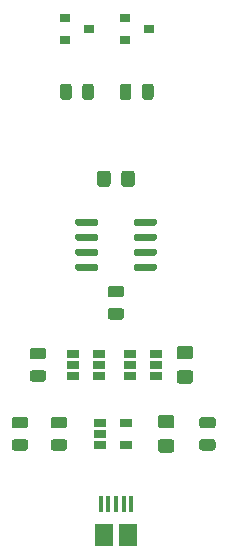
<source format=gbr>
G04 #@! TF.GenerationSoftware,KiCad,Pcbnew,(5.1.6)-1*
G04 #@! TF.CreationDate,2021-01-24T21:52:35-08:00*
G04 #@! TF.ProjectId,infrared_remote,696e6672-6172-4656-945f-72656d6f7465,rev?*
G04 #@! TF.SameCoordinates,Original*
G04 #@! TF.FileFunction,Paste,Top*
G04 #@! TF.FilePolarity,Positive*
%FSLAX46Y46*%
G04 Gerber Fmt 4.6, Leading zero omitted, Abs format (unit mm)*
G04 Created by KiCad (PCBNEW (5.1.6)-1) date 2021-01-24 21:52:35*
%MOMM*%
%LPD*%
G01*
G04 APERTURE LIST*
%ADD10R,0.900000X0.800000*%
%ADD11R,1.060000X0.650000*%
%ADD12R,1.500000X1.900000*%
%ADD13R,0.400000X1.350000*%
G04 APERTURE END LIST*
D10*
G04 #@! TO.C,Q3*
X93456000Y-47244000D03*
X91456000Y-48194000D03*
X91456000Y-46294000D03*
G04 #@! TD*
G04 #@! TO.C,Q2*
X98520000Y-47244000D03*
X96520000Y-48194000D03*
X96520000Y-46294000D03*
G04 #@! TD*
G04 #@! TO.C,U3*
G36*
G01*
X97258000Y-63777000D02*
X97258000Y-63477000D01*
G75*
G02*
X97408000Y-63327000I150000J0D01*
G01*
X99058000Y-63327000D01*
G75*
G02*
X99208000Y-63477000I0J-150000D01*
G01*
X99208000Y-63777000D01*
G75*
G02*
X99058000Y-63927000I-150000J0D01*
G01*
X97408000Y-63927000D01*
G75*
G02*
X97258000Y-63777000I0J150000D01*
G01*
G37*
G36*
G01*
X97258000Y-65047000D02*
X97258000Y-64747000D01*
G75*
G02*
X97408000Y-64597000I150000J0D01*
G01*
X99058000Y-64597000D01*
G75*
G02*
X99208000Y-64747000I0J-150000D01*
G01*
X99208000Y-65047000D01*
G75*
G02*
X99058000Y-65197000I-150000J0D01*
G01*
X97408000Y-65197000D01*
G75*
G02*
X97258000Y-65047000I0J150000D01*
G01*
G37*
G36*
G01*
X97258000Y-66317000D02*
X97258000Y-66017000D01*
G75*
G02*
X97408000Y-65867000I150000J0D01*
G01*
X99058000Y-65867000D01*
G75*
G02*
X99208000Y-66017000I0J-150000D01*
G01*
X99208000Y-66317000D01*
G75*
G02*
X99058000Y-66467000I-150000J0D01*
G01*
X97408000Y-66467000D01*
G75*
G02*
X97258000Y-66317000I0J150000D01*
G01*
G37*
G36*
G01*
X97258000Y-67587000D02*
X97258000Y-67287000D01*
G75*
G02*
X97408000Y-67137000I150000J0D01*
G01*
X99058000Y-67137000D01*
G75*
G02*
X99208000Y-67287000I0J-150000D01*
G01*
X99208000Y-67587000D01*
G75*
G02*
X99058000Y-67737000I-150000J0D01*
G01*
X97408000Y-67737000D01*
G75*
G02*
X97258000Y-67587000I0J150000D01*
G01*
G37*
G36*
G01*
X92308000Y-67587000D02*
X92308000Y-67287000D01*
G75*
G02*
X92458000Y-67137000I150000J0D01*
G01*
X94108000Y-67137000D01*
G75*
G02*
X94258000Y-67287000I0J-150000D01*
G01*
X94258000Y-67587000D01*
G75*
G02*
X94108000Y-67737000I-150000J0D01*
G01*
X92458000Y-67737000D01*
G75*
G02*
X92308000Y-67587000I0J150000D01*
G01*
G37*
G36*
G01*
X92308000Y-66317000D02*
X92308000Y-66017000D01*
G75*
G02*
X92458000Y-65867000I150000J0D01*
G01*
X94108000Y-65867000D01*
G75*
G02*
X94258000Y-66017000I0J-150000D01*
G01*
X94258000Y-66317000D01*
G75*
G02*
X94108000Y-66467000I-150000J0D01*
G01*
X92458000Y-66467000D01*
G75*
G02*
X92308000Y-66317000I0J150000D01*
G01*
G37*
G36*
G01*
X92308000Y-65047000D02*
X92308000Y-64747000D01*
G75*
G02*
X92458000Y-64597000I150000J0D01*
G01*
X94108000Y-64597000D01*
G75*
G02*
X94258000Y-64747000I0J-150000D01*
G01*
X94258000Y-65047000D01*
G75*
G02*
X94108000Y-65197000I-150000J0D01*
G01*
X92458000Y-65197000D01*
G75*
G02*
X92308000Y-65047000I0J150000D01*
G01*
G37*
G36*
G01*
X92308000Y-63777000D02*
X92308000Y-63477000D01*
G75*
G02*
X92458000Y-63327000I150000J0D01*
G01*
X94108000Y-63327000D01*
G75*
G02*
X94258000Y-63477000I0J-150000D01*
G01*
X94258000Y-63777000D01*
G75*
G02*
X94108000Y-63927000I-150000J0D01*
G01*
X92458000Y-63927000D01*
G75*
G02*
X92308000Y-63777000I0J150000D01*
G01*
G37*
G04 #@! TD*
D11*
G04 #@! TO.C,U2*
X99144000Y-75692000D03*
X99144000Y-74742000D03*
X99144000Y-76642000D03*
X96944000Y-76642000D03*
X96944000Y-75692000D03*
X96944000Y-74742000D03*
G04 #@! TD*
G04 #@! TO.C,U1*
X96604000Y-80584000D03*
X96604000Y-82484000D03*
X94404000Y-82484000D03*
X94404000Y-81534000D03*
X94404000Y-80584000D03*
G04 #@! TD*
G04 #@! TO.C,R7*
G36*
G01*
X97970000Y-53034250D02*
X97970000Y-52121750D01*
G75*
G02*
X98213750Y-51878000I243750J0D01*
G01*
X98701250Y-51878000D01*
G75*
G02*
X98945000Y-52121750I0J-243750D01*
G01*
X98945000Y-53034250D01*
G75*
G02*
X98701250Y-53278000I-243750J0D01*
G01*
X98213750Y-53278000D01*
G75*
G02*
X97970000Y-53034250I0J243750D01*
G01*
G37*
G36*
G01*
X96095000Y-53034250D02*
X96095000Y-52121750D01*
G75*
G02*
X96338750Y-51878000I243750J0D01*
G01*
X96826250Y-51878000D01*
G75*
G02*
X97070000Y-52121750I0J-243750D01*
G01*
X97070000Y-53034250D01*
G75*
G02*
X96826250Y-53278000I-243750J0D01*
G01*
X96338750Y-53278000D01*
G75*
G02*
X96095000Y-53034250I0J243750D01*
G01*
G37*
G04 #@! TD*
G04 #@! TO.C,R6*
G36*
G01*
X92006000Y-52121750D02*
X92006000Y-53034250D01*
G75*
G02*
X91762250Y-53278000I-243750J0D01*
G01*
X91274750Y-53278000D01*
G75*
G02*
X91031000Y-53034250I0J243750D01*
G01*
X91031000Y-52121750D01*
G75*
G02*
X91274750Y-51878000I243750J0D01*
G01*
X91762250Y-51878000D01*
G75*
G02*
X92006000Y-52121750I0J-243750D01*
G01*
G37*
G36*
G01*
X93881000Y-52121750D02*
X93881000Y-53034250D01*
G75*
G02*
X93637250Y-53278000I-243750J0D01*
G01*
X93149750Y-53278000D01*
G75*
G02*
X92906000Y-53034250I0J243750D01*
G01*
X92906000Y-52121750D01*
G75*
G02*
X93149750Y-51878000I243750J0D01*
G01*
X93637250Y-51878000D01*
G75*
G02*
X93881000Y-52121750I0J-243750D01*
G01*
G37*
G04 #@! TD*
G04 #@! TO.C,R5*
G36*
G01*
X96214250Y-69986500D02*
X95301750Y-69986500D01*
G75*
G02*
X95058000Y-69742750I0J243750D01*
G01*
X95058000Y-69255250D01*
G75*
G02*
X95301750Y-69011500I243750J0D01*
G01*
X96214250Y-69011500D01*
G75*
G02*
X96458000Y-69255250I0J-243750D01*
G01*
X96458000Y-69742750D01*
G75*
G02*
X96214250Y-69986500I-243750J0D01*
G01*
G37*
G36*
G01*
X96214250Y-71861500D02*
X95301750Y-71861500D01*
G75*
G02*
X95058000Y-71617750I0J243750D01*
G01*
X95058000Y-71130250D01*
G75*
G02*
X95301750Y-70886500I243750J0D01*
G01*
X96214250Y-70886500D01*
G75*
G02*
X96458000Y-71130250I0J-243750D01*
G01*
X96458000Y-71617750D01*
G75*
G02*
X96214250Y-71861500I-243750J0D01*
G01*
G37*
G04 #@! TD*
G04 #@! TO.C,R4*
G36*
G01*
X87173750Y-81984000D02*
X88086250Y-81984000D01*
G75*
G02*
X88330000Y-82227750I0J-243750D01*
G01*
X88330000Y-82715250D01*
G75*
G02*
X88086250Y-82959000I-243750J0D01*
G01*
X87173750Y-82959000D01*
G75*
G02*
X86930000Y-82715250I0J243750D01*
G01*
X86930000Y-82227750D01*
G75*
G02*
X87173750Y-81984000I243750J0D01*
G01*
G37*
G36*
G01*
X87173750Y-80109000D02*
X88086250Y-80109000D01*
G75*
G02*
X88330000Y-80352750I0J-243750D01*
G01*
X88330000Y-80840250D01*
G75*
G02*
X88086250Y-81084000I-243750J0D01*
G01*
X87173750Y-81084000D01*
G75*
G02*
X86930000Y-80840250I0J243750D01*
G01*
X86930000Y-80352750D01*
G75*
G02*
X87173750Y-80109000I243750J0D01*
G01*
G37*
G04 #@! TD*
G04 #@! TO.C,R3*
G36*
G01*
X89610250Y-75242000D02*
X88697750Y-75242000D01*
G75*
G02*
X88454000Y-74998250I0J243750D01*
G01*
X88454000Y-74510750D01*
G75*
G02*
X88697750Y-74267000I243750J0D01*
G01*
X89610250Y-74267000D01*
G75*
G02*
X89854000Y-74510750I0J-243750D01*
G01*
X89854000Y-74998250D01*
G75*
G02*
X89610250Y-75242000I-243750J0D01*
G01*
G37*
G36*
G01*
X89610250Y-77117000D02*
X88697750Y-77117000D01*
G75*
G02*
X88454000Y-76873250I0J243750D01*
G01*
X88454000Y-76385750D01*
G75*
G02*
X88697750Y-76142000I243750J0D01*
G01*
X89610250Y-76142000D01*
G75*
G02*
X89854000Y-76385750I0J-243750D01*
G01*
X89854000Y-76873250D01*
G75*
G02*
X89610250Y-77117000I-243750J0D01*
G01*
G37*
G04 #@! TD*
G04 #@! TO.C,R2*
G36*
G01*
X90475750Y-81984000D02*
X91388250Y-81984000D01*
G75*
G02*
X91632000Y-82227750I0J-243750D01*
G01*
X91632000Y-82715250D01*
G75*
G02*
X91388250Y-82959000I-243750J0D01*
G01*
X90475750Y-82959000D01*
G75*
G02*
X90232000Y-82715250I0J243750D01*
G01*
X90232000Y-82227750D01*
G75*
G02*
X90475750Y-81984000I243750J0D01*
G01*
G37*
G36*
G01*
X90475750Y-80109000D02*
X91388250Y-80109000D01*
G75*
G02*
X91632000Y-80352750I0J-243750D01*
G01*
X91632000Y-80840250D01*
G75*
G02*
X91388250Y-81084000I-243750J0D01*
G01*
X90475750Y-81084000D01*
G75*
G02*
X90232000Y-80840250I0J243750D01*
G01*
X90232000Y-80352750D01*
G75*
G02*
X90475750Y-80109000I243750J0D01*
G01*
G37*
G04 #@! TD*
G04 #@! TO.C,R1*
G36*
G01*
X103047750Y-81984000D02*
X103960250Y-81984000D01*
G75*
G02*
X104204000Y-82227750I0J-243750D01*
G01*
X104204000Y-82715250D01*
G75*
G02*
X103960250Y-82959000I-243750J0D01*
G01*
X103047750Y-82959000D01*
G75*
G02*
X102804000Y-82715250I0J243750D01*
G01*
X102804000Y-82227750D01*
G75*
G02*
X103047750Y-81984000I243750J0D01*
G01*
G37*
G36*
G01*
X103047750Y-80109000D02*
X103960250Y-80109000D01*
G75*
G02*
X104204000Y-80352750I0J-243750D01*
G01*
X104204000Y-80840250D01*
G75*
G02*
X103960250Y-81084000I-243750J0D01*
G01*
X103047750Y-81084000D01*
G75*
G02*
X102804000Y-80840250I0J243750D01*
G01*
X102804000Y-80352750D01*
G75*
G02*
X103047750Y-80109000I243750J0D01*
G01*
G37*
G04 #@! TD*
G04 #@! TO.C,Q1*
X94318000Y-75692000D03*
X94318000Y-74742000D03*
X94318000Y-76642000D03*
X92118000Y-76642000D03*
X92118000Y-75692000D03*
X92118000Y-74742000D03*
G04 #@! TD*
D12*
G04 #@! TO.C,J1*
X94758000Y-90137500D03*
D13*
X95758000Y-87437500D03*
X96408000Y-87437500D03*
X97058000Y-87437500D03*
X94458000Y-87437500D03*
X95108000Y-87437500D03*
D12*
X96758000Y-90137500D03*
G04 #@! TD*
G04 #@! TO.C,C3*
G36*
G01*
X95308000Y-59493999D02*
X95308000Y-60394001D01*
G75*
G02*
X95058001Y-60644000I-249999J0D01*
G01*
X94407999Y-60644000D01*
G75*
G02*
X94158000Y-60394001I0J249999D01*
G01*
X94158000Y-59493999D01*
G75*
G02*
X94407999Y-59244000I249999J0D01*
G01*
X95058001Y-59244000D01*
G75*
G02*
X95308000Y-59493999I0J-249999D01*
G01*
G37*
G36*
G01*
X97358000Y-59493999D02*
X97358000Y-60394001D01*
G75*
G02*
X97108001Y-60644000I-249999J0D01*
G01*
X96457999Y-60644000D01*
G75*
G02*
X96208000Y-60394001I0J249999D01*
G01*
X96208000Y-59493999D01*
G75*
G02*
X96457999Y-59244000I249999J0D01*
G01*
X97108001Y-59244000D01*
G75*
G02*
X97358000Y-59493999I0J-249999D01*
G01*
G37*
G04 #@! TD*
G04 #@! TO.C,C2*
G36*
G01*
X102050001Y-75242000D02*
X101149999Y-75242000D01*
G75*
G02*
X100900000Y-74992001I0J249999D01*
G01*
X100900000Y-74341999D01*
G75*
G02*
X101149999Y-74092000I249999J0D01*
G01*
X102050001Y-74092000D01*
G75*
G02*
X102300000Y-74341999I0J-249999D01*
G01*
X102300000Y-74992001D01*
G75*
G02*
X102050001Y-75242000I-249999J0D01*
G01*
G37*
G36*
G01*
X102050001Y-77292000D02*
X101149999Y-77292000D01*
G75*
G02*
X100900000Y-77042001I0J249999D01*
G01*
X100900000Y-76391999D01*
G75*
G02*
X101149999Y-76142000I249999J0D01*
G01*
X102050001Y-76142000D01*
G75*
G02*
X102300000Y-76391999I0J-249999D01*
G01*
X102300000Y-77042001D01*
G75*
G02*
X102050001Y-77292000I-249999J0D01*
G01*
G37*
G04 #@! TD*
G04 #@! TO.C,C1*
G36*
G01*
X100454001Y-81084000D02*
X99553999Y-81084000D01*
G75*
G02*
X99304000Y-80834001I0J249999D01*
G01*
X99304000Y-80183999D01*
G75*
G02*
X99553999Y-79934000I249999J0D01*
G01*
X100454001Y-79934000D01*
G75*
G02*
X100704000Y-80183999I0J-249999D01*
G01*
X100704000Y-80834001D01*
G75*
G02*
X100454001Y-81084000I-249999J0D01*
G01*
G37*
G36*
G01*
X100454001Y-83134000D02*
X99553999Y-83134000D01*
G75*
G02*
X99304000Y-82884001I0J249999D01*
G01*
X99304000Y-82233999D01*
G75*
G02*
X99553999Y-81984000I249999J0D01*
G01*
X100454001Y-81984000D01*
G75*
G02*
X100704000Y-82233999I0J-249999D01*
G01*
X100704000Y-82884001D01*
G75*
G02*
X100454001Y-83134000I-249999J0D01*
G01*
G37*
G04 #@! TD*
M02*

</source>
